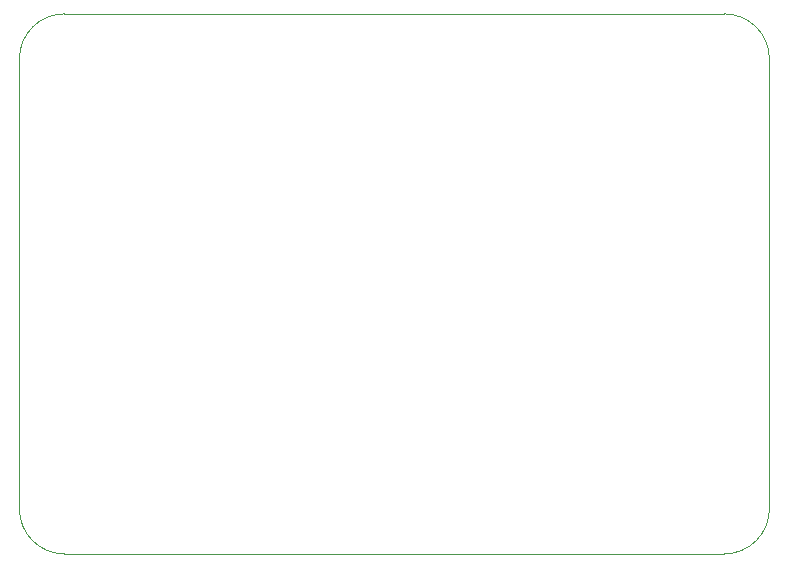
<source format=gbr>
G04 #@! TF.GenerationSoftware,KiCad,Pcbnew,(5.1.2-1)-1*
G04 #@! TF.CreationDate,2019-08-26T08:22:05+10:00*
G04 #@! TF.ProjectId,program-counter,70726f67-7261-46d2-9d63-6f756e746572,rev?*
G04 #@! TF.SameCoordinates,Original*
G04 #@! TF.FileFunction,Profile,NP*
%FSLAX46Y46*%
G04 Gerber Fmt 4.6, Leading zero omitted, Abs format (unit mm)*
G04 Created by KiCad (PCBNEW (5.1.2-1)-1) date 2019-08-26 08:22:05*
%MOMM*%
%LPD*%
G04 APERTURE LIST*
%ADD10C,0.100000*%
G04 APERTURE END LIST*
D10*
X132080000Y-80010000D02*
X132080000Y-118110000D01*
X72390000Y-121920000D02*
X128270000Y-121920000D01*
X132080000Y-118110000D02*
G75*
G02X128270000Y-121920000I-3810000J0D01*
G01*
X68580000Y-80010000D02*
X68580000Y-118110000D01*
X72390000Y-76200000D02*
X128270000Y-76200000D01*
X128270000Y-76200000D02*
G75*
G02X132080000Y-80010000I0J-3810000D01*
G01*
X72390000Y-121920000D02*
G75*
G02X68580000Y-118110000I0J3810000D01*
G01*
X68580000Y-80010000D02*
G75*
G02X72390000Y-76200000I3810000J0D01*
G01*
M02*

</source>
